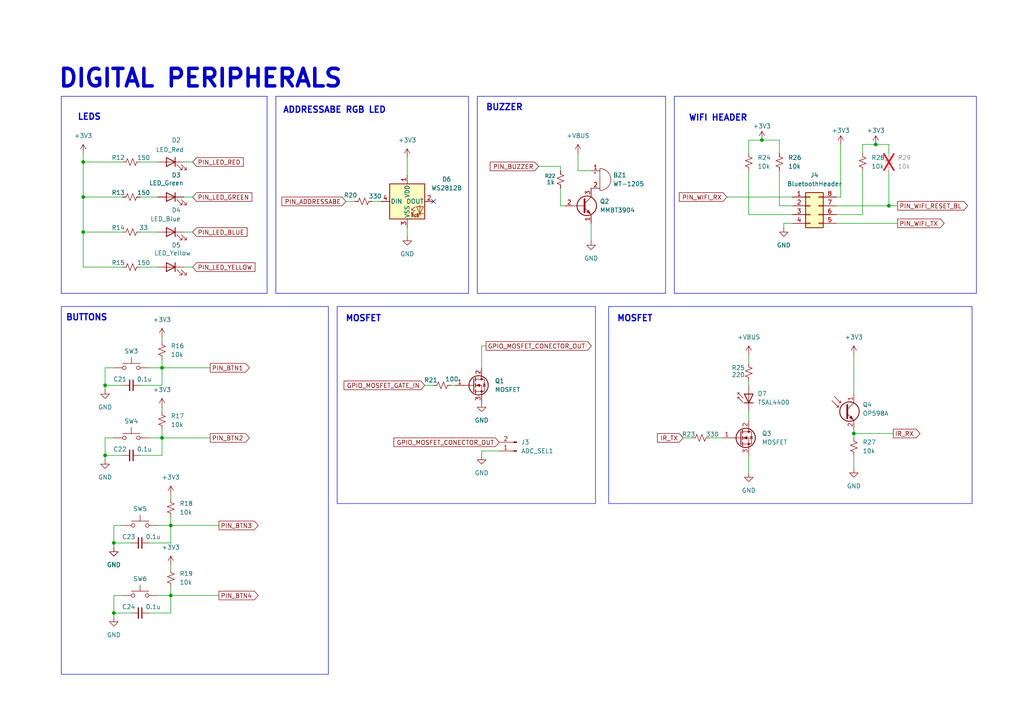
<source format=kicad_sch>
(kicad_sch (version 20250114) (generator "eeschema") (generator_version "9.0")
  (paper "A4")
  (title_block (title "EcoBoard") (company "EcoEnterprise"))
  (lib_symbols
    (symbol "Connector:Conn_01x02_Pin" (pin_names (offset 1.016) (hide yes))
      (property "Reference" "J" (at 0 2.54 0))
      (property "Value" "Conn_01x02_Pin" (at 0 -5.08 0))
      (symbol "Conn_01x02_Pin_1_1"
        (rectangle (start 0.8636 0.127) (end 0 -0.127) (stroke (width 0.1524)) (fill (type outline)))
        (rectangle (start 0.8636 -2.413) (end 0 -2.667) (stroke (width 0.1524)) (fill (type outline)))
        (polyline (pts (xy 1.27 0) (xy 0.8636 0)) (stroke (width 0.1524)))
        (polyline (pts (xy 1.27 -2.54) (xy 0.8636 -2.54)) (stroke (width 0.1524)))
        (pin passive line (at 5.08 0 180) (length 3.81) (name "Pin_1") (number "1"))
        (pin passive line (at 5.08 -2.54 180) (length 3.81) (name "Pin_2") (number "2"))
      )
    )
    (symbol "Connector_Generic:Conn_02x04_Counter_Clockwise" (pin_names (offset 1.016) (hide yes))
      (property "Reference" "J" (at 1.27 5.08 0))
      (property "Value" "Conn_02x04_Counter_Clockwise" (at 1.27 -7.62 0))
      (symbol "Conn_02x04_Counter_Clockwise_1_1"
        (rectangle (start -1.27 3.81) (end 3.81 -6.35) (stroke (width 0.254)) (fill (type background)))
        (rectangle (start -1.27 2.667) (end 0 2.413) (stroke (width 0.1524)))
        (rectangle (start -1.27 0.127) (end 0 -0.127) (stroke (width 0.1524)))
        (rectangle (start -1.27 -2.413) (end 0 -2.667) (stroke (width 0.1524)))
        (rectangle (start -1.27 -4.953) (end 0 -5.207) (stroke (width 0.1524)))
        (rectangle (start 3.81 2.667) (end 2.54 2.413) (stroke (width 0.1524)))
        (rectangle (start 3.81 0.127) (end 2.54 -0.127) (stroke (width 0.1524)))
        (rectangle (start 3.81 -2.413) (end 2.54 -2.667) (stroke (width 0.1524)))
        (rectangle (start 3.81 -4.953) (end 2.54 -5.207) (stroke (width 0.1524)))
        (pin passive line (at -5.08 2.54 0) (length 3.81) (name "Pin_1") (number "1"))
        (pin passive line (at -5.08 0 0) (length 3.81) (name "Pin_2") (number "2"))
        (pin passive line (at -5.08 -2.54 0) (length 3.81) (name "Pin_3") (number "3"))
        (pin passive line (at -5.08 -5.08 0) (length 3.81) (name "Pin_4") (number "4"))
        (pin passive line (at 7.62 2.54 180) (length 3.81) (name "Pin_8") (number "8"))
        (pin passive line (at 7.62 0 180) (length 3.81) (name "Pin_7") (number "7"))
        (pin passive line (at 7.62 -2.54 180) (length 3.81) (name "Pin_6") (number "6"))
        (pin passive line (at 7.62 -5.08 180) (length 3.81) (name "Pin_5") (number "5"))
      )
    )
    (symbol "Device:Buzzer" (pin_names (offset 0.0254) (hide yes))
      (property "Reference" "BZ" (at 3.81 1.27 0))
      (property "Value" "Buzzer" (at 3.81 -1.27 0))
      (symbol "Buzzer_0_1"
        (polyline (pts (xy -1.651 1.905) (xy -1.143 1.905)))
        (polyline (pts (xy -1.397 2.159) (xy -1.397 1.651)))
        (arc (start 0 3.175) (mid 3.1612 0) (end 0 -3.175))
        (polyline (pts (xy 0 3.175) (xy 0 -3.175)))
      )
      (symbol "Buzzer_1_1"
        (pin passive line (at -2.54 2.54 0) (length 2.54) (name "+") (number "1"))
        (pin passive line (at -2.54 -2.54 0) (length 2.54) (name "-") (number "2"))
      )
    )
    (symbol "Device:C_Small" (pin_numbers (hide yes)) (pin_names (offset 0.254) (hide yes))
      (property "Reference" "C" (at 0.254 1.778 0))
      (property "Value" "C_Small" (at 0.254 -2.032 0))
      (symbol "C_Small_0_1"
        (polyline (pts (xy -1.524 0.508) (xy 1.524 0.508)) (stroke (width 0.3048)))
        (polyline (pts (xy -1.524 -0.508) (xy 1.524 -0.508)) (stroke (width 0.3302)))
      )
      (symbol "C_Small_1_1"
        (pin passive line (at 0 2.54 270) (length 2.032) (name "~") (number "1"))
        (pin passive line (at 0 -2.54 90) (length 2.032) (name "~") (number "2"))
      )
    )
    (symbol "Device:LED" (pin_numbers (hide yes)) (pin_names (offset 1.016) (hide yes))
      (property "Reference" "D" (at 0 2.54 0))
      (property "Value" "LED" (at 0 -2.54 0))
      (symbol "LED_0_1"
        (polyline (pts (xy -3.048 -0.762) (xy -4.572 -2.286) (xy -3.81 -2.286) (xy -4.572 -2.286) (xy -4.572 -1.524)))
        (polyline (pts (xy -1.778 -0.762) (xy -3.302 -2.286) (xy -2.54 -2.286) (xy -3.302 -2.286) (xy -3.302 -1.524)))
        (polyline (pts (xy -1.27 0) (xy 1.27 0)))
        (polyline (pts (xy -1.27 -1.27) (xy -1.27 1.27)) (stroke (width 0.254)))
        (polyline (pts (xy 1.27 -1.27) (xy 1.27 1.27) (xy -1.27 0) (xy 1.27 -1.27)) (stroke (width 0.254)))
      )
      (symbol "LED_1_1"
        (pin passive line (at -3.81 0 0) (length 2.54) (name "K") (number "1"))
        (pin passive line (at 3.81 0 180) (length 2.54) (name "A") (number "2"))
      )
    )
    (symbol "Device:R_Small_US" (pin_numbers (hide yes)) (pin_names (offset 0.254) (hide yes))
      (property "Reference" "R" (at 0.762 0.508 0))
      (property "Value" "R_Small_US" (at 0.762 -1.016 0))
      (symbol "R_Small_US_1_1"
        (polyline (pts (xy 0 1.524) (xy 1.016 1.143) (xy 0 0.762) (xy -1.016 0.381) (xy 0 0)))
        (polyline (pts (xy 0 0) (xy 1.016 -0.381) (xy 0 -0.762) (xy -1.016 -1.143) (xy 0 -1.524)))
        (pin passive line (at 0 2.54 270) (length 1.016) (name "~") (number "1"))
        (pin passive line (at 0 -2.54 90) (length 1.016) (name "~") (number "2"))
      )
    )
    (symbol "LED:TSAL4400" (pin_numbers (hide yes)) (pin_names (offset 1.016) (hide yes))
      (property "Reference" "D" (at 0.508 1.778 0))
      (property "Value" "TSAL4400" (at -1.016 -2.794 0))
      (symbol "TSAL4400_0_1"
        (polyline (pts (xy -2.54 1.27) (xy -2.54 -1.27)) (stroke (width 0.254)))
        (polyline (pts (xy -2.413 1.651) (xy -0.889 3.175) (xy -0.889 2.667) (xy -0.889 3.175) (xy -1.397 3.175)))
        (polyline (pts (xy -1.143 1.651) (xy 0.381 3.175) (xy 0.381 2.667)))
        (polyline (pts (xy 0 1.27) (xy -2.54 0) (xy 0 -1.27) (xy 0 1.27)) (stroke (width 0.254)))
        (polyline (pts (xy 0 0) (xy -2.54 0)))
        (polyline (pts (xy 0.381 3.175) (xy -0.127 3.175)))
      )
      (symbol "TSAL4400_1_1"
        (pin passive line (at -5.08 0 0) (length 2.54) (name "K") (number "1"))
        (pin passive line (at 2.54 0 180) (length 2.54) (name "A") (number "2"))
      )
    )
    (symbol "LED:WS2812B" (pin_names (offset 0.254))
      (property "Reference" "D" (at 5.08 5.715 0))
      (property "Value" "WS2812B" (at 1.27 -5.715 0))
      (symbol "WS2812B_0_0"
        (text "RGB" (at 2.286 -4.191 0) (effects (font (size 0.762 0.762))))
      )
      (symbol "WS2812B_0_1"
        (polyline (pts (xy 1.27 -2.54) (xy 1.778 -2.54)))
        (polyline (pts (xy 1.27 -3.556) (xy 1.778 -3.556)))
        (polyline (pts (xy 2.286 -1.524) (xy 1.27 -2.54) (xy 1.27 -2.032)))
        (polyline (pts (xy 2.286 -2.54) (xy 1.27 -3.556) (xy 1.27 -3.048)))
        (polyline (pts (xy 3.683 -1.016) (xy 3.683 -3.556) (xy 3.683 -4.064)))
        (polyline (pts (xy 4.699 -1.524) (xy 2.667 -1.524) (xy 3.683 -3.556) (xy 4.699 -1.524)))
        (polyline (pts (xy 4.699 -3.556) (xy 2.667 -3.556)))
        (rectangle (start 5.08 5.08) (end -5.08 -5.08) (stroke (width 0.254)) (fill (type background)))
      )
      (symbol "WS2812B_1_1"
        (pin input line (at -7.62 0 0) (length 2.54) (name "DIN") (number "4"))
        (pin power_in line (at 0 7.62 270) (length 2.54) (name "VDD") (number "1"))
        (pin power_in line (at 0 -7.62 90) (length 2.54) (name "VSS") (number "3"))
        (pin output line (at 7.62 0 180) (length 2.54) (name "DOUT") (number "2"))
      )
    )
    (symbol "Sensor_Optical:SFH309" (pin_names (offset 0) (hide yes))
      (property "Reference" "Q" (at 5.08 1.27 0))
      (property "Value" "SFH309" (at 5.08 -1.27 0))
      (symbol "SFH309_0_1"
        (polyline (pts (xy -3.81 3.175) (xy -1.905 1.27) (xy -1.905 1.905)))
        (polyline (pts (xy -3.175 4.445) (xy -1.27 2.54) (xy -1.27 3.175)))
        (polyline (pts (xy -1.905 1.27) (xy -2.54 1.27)))
        (polyline (pts (xy -1.27 2.54) (xy -1.905 2.54)))
        (polyline (pts (xy 0.635 1.905) (xy 0.635 -1.905) (xy 0.635 -1.905)) (stroke (width 0.508)))
        (polyline (pts (xy 0.635 0.635) (xy 2.54 2.54)))
        (polyline (pts (xy 0.635 -0.635) (xy 2.54 -2.54) (xy 2.54 -2.54)))
        (circle (center 1.27 0) (radius 2.8194) (stroke (width 0.254)))
        (polyline (pts (xy 1.27 -1.778) (xy 1.778 -1.27) (xy 2.286 -2.286) (xy 1.27 -1.778) (xy 1.27 -1.778)) (fill (type outline)))
      )
      (symbol "SFH309_1_1"
        (pin passive line (at 2.54 5.08 270) (length 2.54) (name "C") (number "1"))
        (pin passive line (at 2.54 -5.08 90) (length 2.54) (name "E") (number "2"))
      )
    )
    (symbol "Switch:SW_Push" (pin_numbers (hide yes)) (pin_names (offset 1.016) (hide yes))
      (property "Reference" "SW" (at 1.27 2.54 0))
      (property "Value" "SW_Push" (at 0 -1.524 0))
      (symbol "SW_Push_0_1"
        (circle (center -2.032 0) (radius 0.508))
        (polyline (pts (xy 0 1.27) (xy 0 3.048)))
        (circle (center 2.032 0) (radius 0.508))
        (polyline (pts (xy 2.54 1.27) (xy -2.54 1.27)))
        (pin passive line (at -5.08 0 0) (length 2.54) (name "1") (number "1"))
        (pin passive line (at 5.08 0 180) (length 2.54) (name "2") (number "2"))
      )
    )
    (symbol "Transistor_BJT:2N2219" (pin_names (offset 0) (hide yes))
      (property "Reference" "Q" (at 5.08 1.905 0))
      (property "Value" "2N2219" (at 5.08 0 0))
      (symbol "2N2219_0_1"
        (polyline (pts (xy -2.54 0) (xy 0.635 0)))
        (polyline (pts (xy 0.635 1.905) (xy 0.635 -1.905)) (stroke (width 0.508)))
        (circle (center 1.27 0) (radius 2.8194) (stroke (width 0.254)))
      )
      (symbol "2N2219_1_1"
        (polyline (pts (xy 0.635 0.635) (xy 2.54 2.54)))
        (polyline (pts (xy 0.635 -0.635) (xy 2.54 -2.54)))
        (polyline (pts (xy 1.27 -1.778) (xy 1.778 -1.27) (xy 2.286 -2.286) (xy 1.27 -1.778)) (fill (type outline)))
        (pin input line (at -5.08 0 0) (length 2.54) (name "B") (number "2"))
        (pin passive line (at 2.54 5.08 270) (length 2.54) (name "C") (number "3"))
        (pin passive line (at 2.54 -5.08 90) (length 2.54) (name "E") (number "1"))
      )
    )
    (symbol "Transistor_FET:Q_NMOS_GDS" (pin_names (offset 0) (hide yes))
      (property "Reference" "Q" (at 5.08 1.905 0))
      (property "Value" "Q_NMOS_GDS" (at 5.08 0 0))
      (symbol "Q_NMOS_GDS_0_1"
        (polyline (pts (xy 0.254 1.905) (xy 0.254 -1.905)) (stroke (width 0.254)))
        (polyline (pts (xy 0.254 0) (xy -2.54 0)))
        (polyline (pts (xy 0.762 2.286) (xy 0.762 1.27)) (stroke (width 0.254)))
        (polyline (pts (xy 0.762 0.508) (xy 0.762 -0.508)) (stroke (width 0.254)))
        (polyline (pts (xy 0.762 -1.27) (xy 0.762 -2.286)) (stroke (width 0.254)))
        (polyline (pts (xy 0.762 -1.778) (xy 3.302 -1.778) (xy 3.302 1.778) (xy 0.762 1.778)))
        (polyline (pts (xy 1.016 0) (xy 2.032 0.381) (xy 2.032 -0.381) (xy 1.016 0)) (fill (type outline)))
        (circle (center 1.651 0) (radius 2.794) (stroke (width 0.254)))
        (polyline (pts (xy 2.54 2.54) (xy 2.54 1.778)))
        (circle (center 2.54 1.778) (radius 0.254) (fill (type outline)))
        (circle (center 2.54 -1.778) (radius 0.254) (fill (type outline)))
        (polyline (pts (xy 2.54 -2.54) (xy 2.54 0) (xy 0.762 0)))
        (polyline (pts (xy 2.921 0.381) (xy 3.683 0.381)))
        (polyline (pts (xy 3.302 0.381) (xy 2.921 -0.254) (xy 3.683 -0.254) (xy 3.302 0.381)))
      )
      (symbol "Q_NMOS_GDS_1_1"
        (pin input line (at -5.08 0 0) (length 2.54) (name "G") (number "1"))
        (pin passive line (at 2.54 5.08 270) (length 2.54) (name "D") (number "2"))
        (pin passive line (at 2.54 -5.08 90) (length 2.54) (name "S") (number "3"))
      )
    )
    (symbol "power:+3.3V" (power) (pin_numbers (hide yes)) (pin_names (offset 0) (hide yes))
      (property "Value" "+3.3V" (at 0 3.556 0))
      (symbol "+3.3V_0_1"
        (polyline (pts (xy -0.762 1.27) (xy 0 2.54)))
        (polyline (pts (xy 0 2.54) (xy 0.762 1.27)))
        (polyline (pts (xy 0 0) (xy 0 2.54)))
      )
      (symbol "+3.3V_1_1"
        (pin power_in line (at 0 0 90) (length 0) (name "~") (number "1"))
      )
    )
    (symbol "power:+3V3" (power) (pin_numbers (hide yes)) (pin_names (offset 0) (hide yes))
      (property "Value" "+3V3" (at 0 3.556 0))
      (symbol "+3V3_0_1"
        (polyline (pts (xy -0.762 1.27) (xy 0 2.54)))
        (polyline (pts (xy 0 2.54) (xy 0.762 1.27)))
        (polyline (pts (xy 0 0) (xy 0 2.54)))
      )
      (symbol "+3V3_1_1"
        (pin power_in line (at 0 0 90) (length 0) (name "~") (number "1"))
      )
    )
    (symbol "power:GND" (power) (pin_numbers (hide yes)) (pin_names (offset 0) (hide yes))
      (property "Value" "GND" (at 0 -3.81 0))
      (symbol "GND_0_1"
        (polyline (pts (xy 0 0) (xy 0 -1.27) (xy 1.27 -1.27) (xy 0 -2.54) (xy -1.27 -1.27) (xy 0 -1.27)))
      )
      (symbol "GND_1_1"
        (pin power_in line (at 0 0 270) (length 0) (name "~") (number "1"))
      )
    )
    (symbol "power:VBUS" (power) (pin_numbers (hide yes)) (pin_names (offset 0) (hide yes))
      (property "Value" "VBUS" (at 0 3.556 0))
      (symbol "VBUS_0_1"
        (polyline (pts (xy -0.762 1.27) (xy 0 2.54)))
        (polyline (pts (xy 0 2.54) (xy 0.762 1.27)))
        (polyline (pts (xy 0 0) (xy 0 2.54)))
      )
      (symbol "VBUS_1_1"
        (pin power_in line (at 0 0 90) (length 0) (name "~") (number "1"))
      )
    )
  )
  (rectangle (start 176.53 88.9) (end 281.94 146.05))
  (rectangle (start 195.58 27.94) (end 283.21 85.09))
  (rectangle (start 138.43 27.94) (end 193.04 85.09))
  (rectangle (start 97.79 88.9) (end 172.72 146.05))
  (rectangle (start 17.78 88.9) (end 95.25 195.58))
  (rectangle (start 80.01 27.94) (end 135.89 85.09))
  (rectangle (start 17.78 27.94) (end 77.47 85.09))
  (text "WIFI HEADER\n" (at 208.28 34.29 0) (effects (font (size 1.778 1.778) (thickness 0.3556) (bold yes))))
  (text "MOSFET" (at 184.15 92.456 0) (effects (font (size 1.778 1.778) (thickness 0.3556) (bold yes))))
  (text "BUTTONS" (at 25.146 92.202 0) (effects (font (size 1.778 1.778) (thickness 0.3556) (bold yes))))
  (text "BUZZER" (at 146.304 31.242 0) (effects (font (size 1.778 1.778) (thickness 0.3556) (bold yes))))
  (text "LEDS" (at 25.908 34.036 0) (effects (font (size 1.778 1.778) (thickness 0.3556) (bold yes))))
  (text "ADDRESSABE RGB LED" (at 97.028 32.004 0) (effects (font (size 1.778 1.778) (thickness 0.3556) (bold yes))))
  (text "MOSFET" (at 105.41 92.456 0) (effects (font (size 1.778 1.778) (thickness 0.3556) (bold yes))))
  (text "DIGITAL PERIPHERALS" (at 58.166 22.86 0) (effects (font (size 5.08 5.08) (thickness 1.016) (bold yes))))
  (junction (at 30.48 111.76))
  (junction (at 24.13 57.15))
  (junction (at 33.02 177.8))
  (junction (at 257.81 59.69))
  (junction (at 247.65 125.73))
  (junction (at 49.53 152.4))
  (junction (at 46.99 106.68))
  (junction (at 30.48 132.08))
  (junction (at 24.13 46.99))
  (junction (at 254 41.91))
  (junction (at 49.53 172.72))
  (junction (at 220.98 40.64))
  (junction (at 46.99 127))
  (junction (at 24.13 67.31))
  (junction (at 33.02 157.48))
  (no_connect (at 125.73 58.42))
  (wire (pts (xy 30.48 113.03) (xy 30.48 111.76)))
  (wire (pts (xy 217.17 62.23) (xy 217.17 49.53)))
  (wire (pts (xy 217.17 119.38) (xy 217.17 121.92)))
  (wire (pts (xy 49.53 165.1) (xy 49.53 163.83)))
  (wire (pts (xy 226.06 49.53) (xy 226.06 59.69)))
  (wire (pts (xy 118.11 45.72) (xy 118.11 50.8)))
  (wire (pts (xy 198.12 127) (xy 200.66 127)))
  (wire (pts (xy 33.02 172.72) (xy 35.56 172.72)))
  (wire (pts (xy 140.97 100.33) (xy 139.7 100.33)))
  (wire (pts (xy 242.57 64.77) (xy 260.35 64.77)))
  (wire (pts (xy 229.87 64.77) (xy 227.33 64.77)))
  (wire (pts (xy 162.56 48.26) (xy 162.56 49.53)))
  (wire (pts (xy 46.99 99.06) (xy 46.99 97.79)))
  (wire (pts (xy 49.53 152.4) (xy 63.5 152.4)))
  (wire (pts (xy 49.53 172.72) (xy 49.53 177.8)))
  (wire (pts (xy 24.13 67.31) (xy 24.13 57.15)))
  (wire (pts (xy 24.13 46.99) (xy 24.13 44.45)))
  (wire (pts (xy 35.56 111.76) (xy 30.48 111.76)))
  (wire (pts (xy 33.02 177.8) (xy 33.02 172.72)))
  (wire (pts (xy 24.13 57.15) (xy 24.13 46.99)))
  (wire (pts (xy 247.65 132.08) (xy 247.65 135.89)))
  (wire (pts (xy 53.34 77.47) (xy 55.88 77.47)))
  (wire (pts (xy 46.99 104.14) (xy 46.99 106.68)))
  (wire (pts (xy 35.56 132.08) (xy 30.48 132.08)))
  (wire (pts (xy 242.57 62.23) (xy 250.19 62.23)))
  (wire (pts (xy 118.11 68.58) (xy 118.11 66.04)))
  (wire (pts (xy 43.18 106.68) (xy 46.99 106.68)))
  (wire (pts (xy 226.06 59.69) (xy 229.87 59.69)))
  (wire (pts (xy 217.17 110.49) (xy 217.17 111.76)))
  (wire (pts (xy 49.53 152.4) (xy 49.53 157.48)))
  (wire (pts (xy 139.7 132.08) (xy 139.7 130.81)))
  (wire (pts (xy 130.81 111.76) (xy 132.08 111.76)))
  (wire (pts (xy 162.56 54.61) (xy 162.56 59.69)))
  (wire (pts (xy 257.81 44.45) (xy 257.81 41.91)))
  (wire (pts (xy 45.72 172.72) (xy 49.53 172.72)))
  (wire (pts (xy 49.53 170.18) (xy 49.53 172.72)))
  (wire (pts (xy 247.65 124.46) (xy 247.65 125.73)))
  (wire (pts (xy 226.06 40.64) (xy 226.06 44.45)))
  (wire (pts (xy 35.56 46.99) (xy 24.13 46.99)))
  (wire (pts (xy 46.99 124.46) (xy 46.99 127)))
  (wire (pts (xy 210.82 57.15) (xy 229.87 57.15)))
  (wire (pts (xy 53.34 46.99) (xy 55.88 46.99)))
  (wire (pts (xy 247.65 125.73) (xy 247.65 127)))
  (wire (pts (xy 217.17 102.87) (xy 217.17 105.41)))
  (wire (pts (xy 226.06 40.64) (xy 220.98 40.64)))
  (wire (pts (xy 247.65 102.87) (xy 247.65 114.3)))
  (wire (pts (xy 229.87 62.23) (xy 217.17 62.23)))
  (wire (pts (xy 24.13 77.47) (xy 24.13 67.31)))
  (wire (pts (xy 43.18 177.8) (xy 49.53 177.8)))
  (wire (pts (xy 254 41.91) (xy 250.19 41.91)))
  (wire (pts (xy 242.57 59.69) (xy 257.81 59.69)))
  (wire (pts (xy 139.7 130.81) (xy 144.78 130.81)))
  (wire (pts (xy 55.88 67.31) (xy 53.34 67.31)))
  (wire (pts (xy 257.81 41.91) (xy 254 41.91)))
  (wire (pts (xy 139.7 100.33) (xy 139.7 106.68)))
  (wire (pts (xy 171.45 69.85) (xy 171.45 64.77)))
  (wire (pts (xy 33.02 152.4) (xy 35.56 152.4)))
  (wire (pts (xy 46.99 106.68) (xy 60.96 106.68)))
  (wire (pts (xy 220.98 40.64) (xy 217.17 40.64)))
  (wire (pts (xy 46.99 127) (xy 46.99 132.08)))
  (wire (pts (xy 40.64 132.08) (xy 46.99 132.08)))
  (wire (pts (xy 217.17 40.64) (xy 217.17 44.45)))
  (wire (pts (xy 250.19 41.91) (xy 250.19 44.45)))
  (wire (pts (xy 205.74 127) (xy 209.55 127)))
  (wire (pts (xy 40.64 67.31) (xy 45.72 67.31)))
  (wire (pts (xy 227.33 64.77) (xy 227.33 66.04)))
  (wire (pts (xy 40.64 46.99) (xy 45.72 46.99)))
  (wire (pts (xy 30.48 132.08) (xy 30.48 127)))
  (wire (pts (xy 30.48 127) (xy 33.02 127)))
  (wire (pts (xy 33.02 179.07) (xy 33.02 177.8)))
  (wire (pts (xy 257.81 49.53) (xy 257.81 59.69)))
  (wire (pts (xy 247.65 125.73) (xy 259.08 125.73)))
  (wire (pts (xy 40.64 77.47) (xy 45.72 77.47)))
  (wire (pts (xy 45.72 152.4) (xy 49.53 152.4)))
  (wire (pts (xy 43.18 127) (xy 46.99 127)))
  (wire (pts (xy 257.81 59.69) (xy 260.35 59.69)))
  (wire (pts (xy 33.02 158.75) (xy 33.02 157.48)))
  (wire (pts (xy 162.56 59.69) (xy 163.83 59.69)))
  (wire (pts (xy 30.48 111.76) (xy 30.48 106.68)))
  (wire (pts (xy 38.1 177.8) (xy 33.02 177.8)))
  (wire (pts (xy 35.56 67.31) (xy 24.13 67.31)))
  (wire (pts (xy 49.53 144.78) (xy 49.53 143.51)))
  (wire (pts (xy 40.64 57.15) (xy 45.72 57.15)))
  (wire (pts (xy 125.73 111.76) (xy 123.19 111.76)))
  (wire (pts (xy 107.95 58.42) (xy 110.49 58.42)))
  (wire (pts (xy 53.34 57.15) (xy 55.88 57.15)))
  (wire (pts (xy 46.99 106.68) (xy 46.99 111.76)))
  (wire (pts (xy 100.33 58.42) (xy 102.87 58.42)))
  (wire (pts (xy 43.18 157.48) (xy 49.53 157.48)))
  (wire (pts (xy 38.1 157.48) (xy 33.02 157.48)))
  (wire (pts (xy 250.19 49.53) (xy 250.19 62.23)))
  (wire (pts (xy 167.64 49.53) (xy 167.64 44.45)))
  (wire (pts (xy 46.99 119.38) (xy 46.99 118.11)))
  (wire (pts (xy 156.21 48.26) (xy 162.56 48.26)))
  (wire (pts (xy 46.99 127) (xy 60.96 127)))
  (wire (pts (xy 242.57 57.15) (xy 243.84 57.15)))
  (wire (pts (xy 30.48 106.68) (xy 33.02 106.68)))
  (wire (pts (xy 217.17 132.08) (xy 217.17 137.16)))
  (wire (pts (xy 171.45 49.53) (xy 167.64 49.53)))
  (wire (pts (xy 35.56 57.15) (xy 24.13 57.15)))
  (wire (pts (xy 243.84 41.91) (xy 243.84 57.15)))
  (wire (pts (xy 33.02 157.48) (xy 33.02 152.4)))
  (wire (pts (xy 40.64 111.76) (xy 46.99 111.76)))
  (wire (pts (xy 35.56 77.47) (xy 24.13 77.47)))
  (wire (pts (xy 30.48 133.35) (xy 30.48 132.08)))
  (wire (pts (xy 49.53 149.86) (xy 49.53 152.4)))
  (wire (pts (xy 49.53 172.72) (xy 63.5 172.72)))
  (global_label "PIN_WIFI_RX" (shape input) (at 210.82 57.15 180) (effects (font (thickness 0.1588))) (property "Intersheetrefs" "${INTERSHEET_REFS}" (effects (hide yes))))
  (global_label "PIN_LED_BLUE" (shape input) (at 55.88 67.31 0) (effects (font (thickness 0.1588))) (property "Intersheetrefs" "${INTERSHEET_REFS}" (effects (hide yes))))
  (global_label "PIN_WIFI_TX" (shape output) (at 260.35 64.77 0) (effects (font (thickness 0.1588))) (property "Intersheetrefs" "${INTERSHEET_REFS}" (effects (hide yes))))
  (global_label "PIN_BTN3" (shape output) (at 63.5 152.4 0) (property "Intersheetrefs" "${INTERSHEET_REFS}" (effects (hide yes))))
  (global_label "PIN_BTN2" (shape output) (at 60.96 127 0) (property "Intersheetrefs" "${INTERSHEET_REFS}" (effects (hide yes))))
  (global_label "PIN_LED_GREEN" (shape input) (at 55.88 57.15 0) (effects (font (thickness 0.1588))) (property "Intersheetrefs" "${INTERSHEET_REFS}" (effects (hide yes))))
  (global_label "IR_RX" (shape output) (at 259.08 125.73 0) (effects (font (thickness 0.1588))) (property "Intersheetrefs" "${INTERSHEET_REFS}" (effects (hide yes))))
  (global_label "GPIO_MOSFET_CONECTOR_OUT" (shape output) (at 140.97 100.33 0) (effects (font (thickness 0.1588))) (property "Intersheetrefs" "${INTERSHEET_REFS}" (effects (hide yes))))
  (global_label "PIN_LED_YELLOW" (shape input) (at 55.88 77.47 0) (effects (font (thickness 0.1588))) (property "Intersheetrefs" "${INTERSHEET_REFS}" (effects (hide yes))))
  (global_label "PIN_BUZZER" (shape input) (at 156.21 48.26 180) (effects (font (thickness 0.1588))) (property "Intersheetrefs" "${INTERSHEET_REFS}" (effects (hide yes))))
  (global_label "GPIO_MOSFET_CONECTOR_OUT" (shape input) (at 144.78 128.27 180) (effects (font (thickness 0.1588))) (property "Intersheetrefs" "${INTERSHEET_REFS}" (effects (hide yes))))
  (global_label "PIN_ADDRESSABE" (shape input) (at 100.33 58.42 180) (effects (font (thickness 0.1588))) (property "Intersheetrefs" "${INTERSHEET_REFS}" (effects (hide yes))))
  (global_label "PIN_BTN4" (shape output) (at 63.5 172.72 0) (property "Intersheetrefs" "${INTERSHEET_REFS}" (effects (hide yes))))
  (global_label "PIN_LED_RED" (shape input) (at 55.88 46.99 0) (effects (font (thickness 0.1588))) (property "Intersheetrefs" "${INTERSHEET_REFS}" (effects (hide yes))))
  (global_label "PIN_BTN1" (shape output) (at 60.96 106.68 0) (property "Intersheetrefs" "${INTERSHEET_REFS}" (effects (hide yes))))
  (global_label "IR_TX" (shape input) (at 198.12 127 180) (effects (font (thickness 0.1588))) (property "Intersheetrefs" "${INTERSHEET_REFS}" (effects (hide yes))))
  (global_label "GPIO_MOSFET_GATE_IN" (shape input) (at 123.19 111.76 180) (effects (font (thickness 0.1588))) (property "Intersheetrefs" "${INTERSHEET_REFS}" (effects (hide yes))))
  (global_label "PIN_WIFI_RESET_BL" (shape output) (at 260.35 59.69 0) (effects (font (thickness 0.1588))) (property "Intersheetrefs" "${INTERSHEET_REFS}" (effects (hide yes))))
  (symbol (lib_id "power:GND") (at 139.7 132.08 0) (unit 1)
    (property "Reference" "#PWR041" (effects (hide yes)))
    (property "Value" "GND" (at 139.7 137.16 0))
    (property "Description" "Power symbol creates a global label with name \"GND\" , ground" (effects (hide yes)))
  )
  (symbol (lib_id "Device:R_Small_US") (at 46.99 121.92 0) (unit 1)
    (property "Reference" "R17" (at 49.53 120.6499 0) (effects (justify left)))
    (property "Value" "10k" (at 49.53 123.1899 0) (effects (justify left)))
    (property "Footprint" "Resistor_SMD:R_0402_1005Metric" (effects (hide yes)))
    (property "Datasheet" "https://www.digikey.com.br/en/products/detail/te-connectivity-passive-product/CRGP0402F10K/8576969?s=N4IgjCBcoExaBjKAzAhgGwM4FMA0IB7KAbXAAYAOAdgE4R8wwAWa%2B8GANgGYIGKyuFNmA4BWJl2E0uHIQF18ABwAuUEAGVlAJwCWAOwDmIAL4MO8EEkhoseQiRBcaYUfKWrIG7fqOmQAWjhoSyhtAFc7IkhSUTY6OT9-OmCrcMiHCAS-INIwLjIAAgB5AAkAWWEyAGsQBKA" (effects (hide yes)))
    (property "Description" "Resistor, small US symbol" (effects (hide yes)))
    (property "MPN" "CRGP0402F10K" (effects (hide yes)))
  )
  (symbol (lib_id "Device:R_Small_US") (at 105.41 58.42 90) (unit 1)
    (property "Reference" "R20" (at 103.632 56.642 90) (effects (justify left)))
    (property "Value" "330" (at 110.744 56.896 90) (effects (justify left)))
    (property "Footprint" "Resistor_SMD:R_0402_1005Metric" (effects (hide yes)))
    (property "Datasheet" "https://www.digikey.com.br/en/products/detail/vishay-dale/CRCW0402330RFKEDHP/2225317" (effects (hide yes)))
    (property "Description" "Resistor, small US symbol" (effects (hide yes)))
    (property "MPN" "CRCW0402330RFKEDHP" (effects (hide yes)))
  )
  (symbol (lib_id "Device:R_Small_US") (at 38.1 46.99 270) (unit 1)
    (property "Reference" "R12" (at 34.29 45.72 90))
    (property "Value" "150" (at 41.656 45.72 90))
    (property "Footprint" "Resistor_SMD:R_0402_1005Metric" (effects (hide yes)))
    (property "Datasheet" "https://www.digikey.com.br/en/products/detail/vishay-dale/CRCW0402150RFKEDHP/2225278" (effects (hide yes)))
    (property "Description" "Resistor, small US symbol" (effects (hide yes)))
    (property "MPN" "CRCW0402150RFKEDHP" (effects (hide yes)))
  )
  (symbol (lib_id "Connector_Generic:Conn_02x04_Counter_Clockwise") (at 234.95 59.69 0) (unit 1)
    (property "Reference" "J4" (at 236.22 50.8 0))
    (property "Value" "BluetoothHeader" (at 236.22 53.34 0))
    (property "Footprint" "Connector_PinHeader_2.54mm:PinHeader_2x04_P2.54mm_Vertical" (effects (hide yes)))
    (property "Description" "Generic connector, double row, 02x04, counter clockwise pin numbering scheme (similar to DIP package numbering), script generated (kicad-library-utils/schlib/autogen/connector/)" (effects (hide yes)))
  )
  (symbol (lib_id "Device:R_Small_US") (at 38.1 57.15 270) (unit 1)
    (property "Reference" "R13" (at 34.29 55.88 90))
    (property "Value" "150" (at 41.656 55.88 90))
    (property "Footprint" "Resistor_SMD:R_0402_1005Metric" (effects (hide yes)))
    (property "Datasheet" "https://www.digikey.com.br/en/products/detail/vishay-dale/CRCW0402150RFKEDHP/2225278" (effects (hide yes)))
    (property "Description" "Resistor, small US symbol" (effects (hide yes)))
    (property "MPN" "CRCW0402150RFKEDHP" (effects (hide yes)))
  )
  (symbol (lib_id "power:+3V3") (at 118.11 45.72 0) (unit 1)
    (property "Reference" "#PWR038" (effects (hide yes)))
    (property "Value" "+3V3" (at 118.11 40.64 0))
    (property "Description" "Power symbol creates a global label with name \"+3V3\"" (effects (hide yes)))
  )
  (symbol (lib_id "Device:R_Small_US") (at 49.53 167.64 0) (unit 1)
    (property "Reference" "R19" (at 52.07 166.3699 0) (effects (justify left)))
    (property "Value" "10k" (at 52.07 168.9099 0) (effects (justify left)))
    (property "Footprint" "Resistor_SMD:R_0402_1005Metric" (effects (hide yes)))
    (property "Datasheet" "https://www.digikey.com.br/en/products/detail/te-connectivity-passive-product/CRGP0402F10K/8576969?s=N4IgjCBcoExaBjKAzAhgGwM4FMA0IB7KAbXAAYAOAdgE4R8wwAWa%2B8GANgGYIGKyuFNmA4BWJl2E0uHIQF18ABwAuUEAGVlAJwCWAOwDmIAL4MO8EEkhoseQiRBcaYUfKWrIG7fqOmQAWjhoSyhtAFc7IkhSUTY6OT9-OmCrcMiHCAS-INIwLjIAAgB5AAkAWWEyAGsQBKA" (effects (hide yes)))
    (property "Description" "Resistor, small US symbol" (effects (hide yes)))
    (property "MPN" "CRGP0402F10K" (effects (hide yes)))
  )
  (symbol (lib_id "power:GND") (at 217.17 137.16 0) (unit 1)
    (property "Reference" "#PWR045" (effects (hide yes)))
    (property "Value" "GND" (at 217.17 142.24 0))
    (property "Description" "Power symbol creates a global label with name \"GND\" , ground" (effects (hide yes)))
  )
  (symbol (lib_id "Device:C_Small") (at 40.64 177.8 270) (unit 1)
    (property "Reference" "C24" (at 37.338 176.022 90))
    (property "Value" "0.1u" (at 44.45 176.022 90))
    (property "Footprint" "Capacitor_SMD:C_0402_1005Metric" (effects (hide yes)))
    (property "Datasheet" "https://www.digikey.com.br/en/products/detail/samsung-electro-mechanics/CL05B104KP5VPNC/20498482" (effects (hide yes)))
    (property "Description" "Unpolarized capacitor, small symbol" (effects (hide yes)))
    (property "MPN" "CL05B104KP5VPNC" (effects (hide yes)))
  )
  (symbol (lib_id "power:+3.3V") (at 49.53 163.83 0) (unit 1)
    (property "Reference" "#PWR037" (effects (hide yes)))
    (property "Value" "+3V3" (at 49.53 158.75 0))
    (property "Description" "Power symbol creates a global label with name \"+3.3V\"" (effects (hide yes)))
  )
  (symbol (lib_id "Switch:SW_Push") (at 40.64 172.72 0) (unit 1)
    (property "Reference" "SW6" (at 40.64 167.894 0))
    (property "Value" "PTS636" (effects (hide yes)))
    (property "Footprint" "Button_Switch_SMD:SW_Tactile_SPST_NO_Straight_CK_PTS636Sx25SMTRLFS" (effects (hide yes)))
    (property "Datasheet" "https://www.digikey.com.br/en/products/detail/c-k/PTS636-SK43-SMTR-LFS/10071724" (effects (hide yes)))
    (property "Description" "Push button switch, generic, two pins" (effects (hide yes)))
    (property "MPN" "PTS636 SK43 SMTR LFS" (effects (hide yes)))
  )
  (symbol (lib_id "power:GND") (at 171.45 69.85 0) (unit 1)
    (property "Reference" "#PWR043" (effects (hide yes)))
    (property "Value" "GND" (at 171.45 74.93 0))
    (property "Description" "Power symbol creates a global label with name \"GND\" , ground" (effects (hide yes)))
  )
  (symbol (lib_id "Device:R_Small_US") (at 257.81 46.99 0) (unit 1) (dnp yes)
    (property "Reference" "R29" (at 260.35 45.7199 0) (effects (justify left)))
    (property "Value" "10k" (at 260.35 48.2599 0) (effects (justify left)))
    (property "Footprint" "Resistor_SMD:R_0402_1005Metric" (effects (hide yes)))
    (property "Datasheet" "https://www.digikey.com.br/en/products/detail/te-connectivity-passive-product/CRGP0402F10K/8576969?s=N4IgjCBcoExaBjKAzAhgGwM4FMA0IB7KAbXAAYAOAdgE4R8wwAWa%2B8GANgGYIGKyuFNmA4BWJl2E0uHIQF18ABwAuUEAGVlAJwCWAOwDmIAL4MO8EEkhoseQiRBcaYUfKWrIG7fqOmQAWjhoSyhtAFc7IkhSUTY6OT9-OmCrcMiHCAS-INIwLjIAAgB5AAkAWWEyAGsQBKA" (effects (hide yes)))
    (property "Description" "Resistor, small US symbol" (effects (hide yes)))
    (property "MPN" "CRGP0402F10K" (effects (hide yes)))
  )
  (symbol (lib_id "power:GND") (at 227.33 66.04 0) (unit 1)
    (property "Reference" "#PWR047" (effects (hide yes)))
    (property "Value" "GND" (at 227.33 71.12 0))
    (property "Description" "Power symbol creates a global label with name \"GND\" , ground" (effects (hide yes)))
  )
  (symbol (lib_id "power:GND") (at 30.48 133.35 0) (unit 1)
    (property "Reference" "#PWR030" (effects (hide yes)))
    (property "Value" "GND" (at 30.48 138.43 0))
    (property "Description" "Power symbol creates a global label with name \"GND\" , ground" (effects (hide yes)))
  )
  (symbol (lib_id "Switch:SW_Push") (at 40.64 152.4 0) (unit 1)
    (property "Reference" "SW5" (at 40.64 147.574 0))
    (property "Value" "PTS636" (effects (hide yes)))
    (property "Footprint" "Button_Switch_SMD:SW_Tactile_SPST_NO_Straight_CK_PTS636Sx25SMTRLFS" (effects (hide yes)))
    (property "Datasheet" "https://www.digikey.com.br/en/products/detail/c-k/PTS636-SK43-SMTR-LFS/10071724" (effects (hide yes)))
    (property "Description" "Push button switch, generic, two pins" (effects (hide yes)))
    (property "MPN" "PTS636 SK43 SMTR LFS" (effects (hide yes)))
  )
  (symbol (lib_id "Device:LED") (at 49.53 67.31 0) (mirror y) (unit 1)
    (property "Reference" "D4" (at 51.1175 60.96 0))
    (property "Value" "LED_Blue" (at 48.006 63.5 0))
    (property "Footprint" "LED_SMD:LED_1206_3216Metric" (effects (hide yes)))
    (property "Datasheet" "https://www.digikey.com.br/pt/products/detail/harvatek-corporation/E1221NB-05D000814U1930/18165804" (effects (hide yes)))
    (property "Description" "Light emitting diode" (effects (hide yes)))
    (property "Sim.Pins" "1=K 2=A" (effects (hide yes)))
    (property "MPN" "E1221NB--05D000814U1930" (effects (hide yes)))
  )
  (symbol (lib_id "power:+3.3V") (at 46.99 97.79 0) (unit 1)
    (property "Reference" "#PWR034" (effects (hide yes)))
    (property "Value" "+3V3" (at 46.99 92.71 0))
    (property "Description" "Power symbol creates a global label with name \"+3.3V\"" (effects (hide yes)))
  )
  (symbol (lib_id "power:+3.3V") (at 243.84 41.91 0) (unit 1)
    (property "Reference" "#PWR048" (effects (hide yes)))
    (property "Value" "+3V3" (at 243.84 37.846 0))
    (property "Description" "Power symbol creates a global label with name \"+3.3V\"" (effects (hide yes)))
  )
  (symbol (lib_id "Device:R_Small_US") (at 162.56 52.07 180) (unit 1)
    (property "Reference" "R22" (at 157.988 51.054 0) (effects (font (size 1.016 1.016)) (justify right)))
    (property "Value" "1k" (at 158.496 52.832 0) (effects (justify right)))
    (property "Footprint" "Resistor_SMD:R_0402_1005Metric" (effects (hide yes)))
    (property "Datasheet" "https://www.digikey.com.br/en/products/detail/vishay-dale/CRCW04021K00FKED/1178007" (effects (hide yes)))
    (property "Description" "Resistor, small US symbol" (effects (hide yes)))
    (property "MPN" "CRCW04021K00FKED" (effects (hide yes)))
  )
  (symbol (lib_id "Device:Buzzer") (at 173.99 52.07 0) (unit 1)
    (property "Reference" "BZ1" (at 177.8 50.7999 0) (effects (justify left)))
    (property "Value" "WT-1205" (at 177.8 53.3399 0) (effects (justify left)))
    (property "Footprint" "lib:buzzer" (effects (hide yes)))
    (property "Datasheet" "https://www.digikey.com.br/en/products/detail/soberton-inc/WT-1205/479674" (effects (hide yes)))
    (property "Description" "Buzzer, polarized" (effects (hide yes)))
    (property "MPN" "  WT-1205" (effects (hide yes)))
  )
  (symbol (lib_id "LED:TSAL4400") (at 217.17 114.3 90) (unit 1)
    (property "Reference" "D7" (at 219.71 114.1729 90) (effects (justify right)))
    (property "Value" "TSAL4400" (at 219.71 116.7129 90) (effects (justify right)))
    (property "Footprint" "LED_THT:LED_D3.0mm_Horizontal_O1.27mm_Z2.0mm" (effects (hide yes)))
    (property "Datasheet" "https://www.digikey.com.br/pt/products/detail/vishay-semiconductor-opto-division/TSAL4400/1681336" (effects (hide yes)))
    (property "Description" "Infrared LED , 3mm LED package" (effects (hide yes)))
    (property "MPN" "TSAL4400" (effects (hide yes)))
  )
  (symbol (lib_id "Switch:SW_Push") (at 38.1 127 0) (unit 1)
    (property "Reference" "SW4" (at 38.1 122.174 0))
    (property "Value" "PTS636" (effects (hide yes)))
    (property "Footprint" "Button_Switch_SMD:SW_Tactile_SPST_NO_Straight_CK_PTS636Sx25SMTRLFS" (effects (hide yes)))
    (property "Datasheet" "https://www.digikey.com.br/en/products/detail/c-k/PTS636-SK43-SMTR-LFS/10071724" (effects (hide yes)))
    (property "Description" "Push button switch, generic, two pins" (effects (hide yes)))
    (property "MPN" "PTS636 SK43 SMTR LFS" (effects (hide yes)))
  )
  (symbol (lib_id "power:VBUS") (at 217.17 102.87 0) (unit 1)
    (property "Reference" "#PWR044" (effects (hide yes)))
    (property "Value" "+VBUS" (at 217.17 97.79 0))
    (property "Description" "Power symbol creates a global label with name \"VBUS\"" (effects (hide yes)))
  )
  (symbol (lib_id "Device:LED") (at 49.53 77.47 0) (mirror y) (unit 1)
    (property "Reference" "D5" (at 51.1175 71.12 0))
    (property "Value" "LED_Yellow" (at 50.038 73.406 0))
    (property "Footprint" "LED_SMD:LED_1206_3216Metric" (effects (hide yes)))
    (property "Datasheet" "https://www.digikey.com.br/pt/products/detail/harvatek-corporation/B1911UYG-20D000114U1930/15519990" (effects (hide yes)))
    (property "Description" "Light emitting diode" (effects (hide yes)))
    (property "Sim.Pins" "1=K 2=A" (effects (hide yes)))
    (property "MPN" "B1911UYG-20D000114U1930 " (effects (hide yes)))
  )
  (symbol (lib_id "power:+3V3") (at 247.65 102.87 0) (unit 1)
    (property "Reference" "#PWR049" (effects (hide yes)))
    (property "Value" "+3V3" (at 247.65 97.79 0))
    (property "Description" "Power symbol creates a global label with name \"+3V3\"" (effects (hide yes)))
  )
  (symbol (lib_id "Device:R_Small_US") (at 46.99 101.6 0) (unit 1)
    (property "Reference" "R16" (at 49.53 100.3299 0) (effects (justify left)))
    (property "Value" "10k" (at 49.53 102.8699 0) (effects (justify left)))
    (property "Footprint" "Resistor_SMD:R_0402_1005Metric" (effects (hide yes)))
    (property "Datasheet" "https://www.digikey.com.br/en/products/detail/te-connectivity-passive-product/CRGP0402F10K/8576969?s=N4IgjCBcoExaBjKAzAhgGwM4FMA0IB7KAbXAAYAOAdgE4R8wwAWa%2B8GANgGYIGKyuFNmA4BWJl2E0uHIQF18ABwAuUEAGVlAJwCWAOwDmIAL4MO8EEkhoseQiRBcaYUfKWrIG7fqOmQAWjhoSyhtAFc7IkhSUTY6OT9-OmCrcMiHCAS-INIwLjIAAgB5AAkAWWEyAGsQBKA" (effects (hide yes)))
    (property "Description" "Resistor, small US symbol" (effects (hide yes)))
    (property "MPN" "CRGP0402F10K" (effects (hide yes)))
  )
  (symbol (lib_id "Device:C_Small") (at 38.1 111.76 270) (unit 1)
    (property "Reference" "C21" (at 34.798 109.982 90))
    (property "Value" "0.1u" (at 41.91 109.982 90))
    (property "Footprint" "Capacitor_SMD:C_0402_1005Metric" (effects (hide yes)))
    (property "Datasheet" "https://www.digikey.com.br/en/products/detail/samsung-electro-mechanics/CL05B104KP5VPNC/20498482" (effects (hide yes)))
    (property "Description" "Unpolarized capacitor, small symbol" (effects (hide yes)))
    (property "MPN" "CL05B104KP5VPNC" (effects (hide yes)))
  )
  (symbol (lib_id "Device:R_Small_US") (at 217.17 46.99 0) (unit 1)
    (property "Reference" "R24" (at 219.71 45.7199 0) (effects (justify left)))
    (property "Value" "10k" (at 219.71 48.2599 0) (effects (justify left)))
    (property "Footprint" "Resistor_SMD:R_0402_1005Metric" (effects (hide yes)))
    (property "Datasheet" "https://www.digikey.com.br/en/products/detail/te-connectivity-passive-product/CRGP0402F10K/8576969?s=N4IgjCBcoExaBjKAzAhgGwM4FMA0IB7KAbXAAYAOAdgE4R8wwAWa%2B8GANgGYIGKyuFNmA4BWJl2E0uHIQF18ABwAuUEAGVlAJwCWAOwDmIAL4MO8EEkhoseQiRBcaYUfKWrIG7fqOmQAWjhoSyhtAFc7IkhSUTY6OT9-OmCrcMiHCAS-INIwLjIAAgB5AAkAWWEyAGsQBKA" (effects (hide yes)))
    (property "Description" "Resistor, small US symbol" (effects (hide yes)))
    (property "MPN" "CRGP0402F10K" (effects (hide yes)))
  )
  (symbol (lib_id "Device:R_Small_US") (at 203.2 127 90) (unit 1)
    (property "Reference" "R23" (at 201.676 125.984 90) (effects (justify left)))
    (property "Value" "330" (at 208.534 125.984 90) (effects (justify left)))
    (property "Footprint" "Resistor_SMD:R_0402_1005Metric" (effects (hide yes)))
    (property "Datasheet" "https://www.digikey.com.br/en/products/detail/vishay-dale/CRCW0402330RFKEDHP/2225317" (effects (hide yes)))
    (property "Description" "Resistor, small US symbol" (effects (hide yes)))
    (property "MPN" "CRCW0402330RFKEDHP" (effects (hide yes)))
  )
  (symbol (lib_id "Transistor_FET:Q_NMOS_GDS") (at 137.16 111.76 0) (unit 1)
    (property "Reference" "Q1" (at 143.51 110.4899 0) (effects (justify left)))
    (property "Value" "MOSFET" (at 143.51 113.0299 0) (effects (justify left)))
    (property "Footprint" "Package_TO_SOT_SMD:SOT-23" (effects (hide yes)))
    (property "Datasheet" "https://www.digikey.com.br/en/products/detail/panjit-international-inc/PJA3404A-R1-00001/14662076" (effects (hide yes)))
    (property "Description" "N-MOSFET transistor, gate/drain/source" (effects (hide yes)))
    (property "MPN" "PJA3404A_R1_00001" (effects (hide yes)))
  )
  (symbol (lib_id "power:GND") (at 118.11 68.58 0) (unit 1)
    (property "Reference" "#PWR039" (effects (hide yes)))
    (property "Value" "GND" (at 118.11 73.66 0))
    (property "Description" "Power symbol creates a global label with name \"GND\" , ground" (effects (hide yes)))
  )
  (symbol (lib_id "power:GND") (at 33.02 179.07 0) (unit 1)
    (property "Reference" "#PWR033" (effects (hide yes)))
    (property "Value" "GND" (at 33.02 184.15 0))
    (property "Description" "Power symbol creates a global label with name \"GND\" , ground" (effects (hide yes)))
  )
  (symbol (lib_id "power:+3.3V") (at 24.13 44.45 0) (unit 1)
    (property "Reference" "#PWR028" (effects (hide yes)))
    (property "Value" "+3V3" (at 24.13 39.37 0))
    (property "Description" "Power symbol creates a global label with name \"+3.3V\"" (effects (hide yes)))
  )
  (symbol (lib_id "Device:R_Small_US") (at 38.1 67.31 270) (unit 1)
    (property "Reference" "R14" (at 34.29 66.04 90))
    (property "Value" "33" (at 41.656 66.04 90))
    (property "Footprint" "Resistor_SMD:R_0402_1005Metric" (effects (hide yes)))
    (property "Datasheet" "https://www.digikey.com.br/en/products/detail/yageo/AC0402FR-7W33RL/16988942" (effects (hide yes)))
    (property "Description" "Resistor, small US symbol" (effects (hide yes)))
    (property "MPN" "AC0402FR-7W33RL " (effects (hide yes)))
  )
  (symbol (lib_id "power:+3.3V") (at 254 41.91 0) (unit 1)
    (property "Reference" "#PWR051" (effects (hide yes)))
    (property "Value" "+3V3" (at 254 37.846 0))
    (property "Description" "Power symbol creates a global label with name \"+3.3V\"" (effects (hide yes)))
  )
  (symbol (lib_id "power:+3.3V") (at 46.99 118.11 0) (unit 1)
    (property "Reference" "#PWR035" (effects (hide yes)))
    (property "Value" "+3V3" (at 46.99 113.03 0))
    (property "Description" "Power symbol creates a global label with name \"+3.3V\"" (effects (hide yes)))
  )
  (symbol (lib_id "Device:R_Small_US") (at 247.65 129.54 0) (unit 1)
    (property "Reference" "R27" (at 250.19 128.2699 0) (effects (justify left)))
    (property "Value" "10k" (at 250.19 130.8099 0) (effects (justify left)))
    (property "Footprint" "Resistor_SMD:R_0402_1005Metric" (effects (hide yes)))
    (property "Datasheet" "https://www.digikey.com.br/en/products/detail/te-connectivity-passive-product/CRGP0402F10K/8576969?s=N4IgjCBcoExaBjKAzAhgGwM4FMA0IB7KAbXAAYAOAdgE4R8wwAWa%2B8GANgGYIGKyuFNmA4BWJl2E0uHIQF18ABwAuUEAGVlAJwCWAOwDmIAL4MO8EEkhoseQiRBcaYUfKWrIG7fqOmQAWjhoSyhtAFc7IkhSUTY6OT9-OmCrcMiHCAS-INIwLjIAAgB5AAkAWWEyAGsQBKA" (effects (hide yes)))
    (property "Description" "Resistor, small US symbol" (effects (hide yes)))
    (property "MPN" "CRGP0402F10K" (effects (hide yes)))
  )
  (symbol (lib_id "power:GND") (at 30.48 113.03 0) (unit 1)
    (property "Reference" "#PWR029" (effects (hide yes)))
    (property "Value" "GND" (at 30.48 118.11 0))
    (property "Description" "Power symbol creates a global label with name \"GND\" , ground" (effects (hide yes)))
  )
  (symbol (lib_id "Connector:Conn_01x02_Pin") (at 149.86 130.81 180) (unit 1)
    (property "Reference" "J3" (at 151.13 128.2699 0) (effects (justify right)))
    (property "Value" "ADC_SEL1" (at 151.13 130.8099 0) (effects (justify right)))
    (property "Footprint" "Connector_PinSocket_2.54mm:PinSocket_1x02_P2.54mm_Vertical" (effects (hide yes)))
    (property "Description" "Generic connector, single row, 01x02, script generated" (effects (hide yes)))
  )
  (symbol (lib_id "Transistor_FET:Q_NMOS_GDS") (at 214.63 127 0) (unit 1)
    (property "Reference" "Q3" (at 220.98 125.7299 0) (effects (justify left)))
    (property "Value" "MOSFET" (at 220.98 128.2699 0) (effects (justify left)))
    (property "Footprint" "Package_TO_SOT_SMD:SOT-23" (effects (hide yes)))
    (property "Datasheet" "https://www.digikey.com.br/en/products/detail/panjit-international-inc/PJA3404A-R1-00001/14662076" (effects (hide yes)))
    (property "Description" "N-MOSFET transistor, gate/drain/source" (effects (hide yes)))
    (property "MPN" "PJA3404A_R1_00001" (effects (hide yes)))
  )
  (symbol (lib_id "Device:R_Small_US") (at 128.27 111.76 270) (unit 1)
    (property "Reference" "R21" (at 124.968 110.236 90))
    (property "Value" "100" (at 131.064 109.982 90))
    (property "Footprint" "Resistor_SMD:R_0402_1005Metric" (effects (hide yes)))
    (property "Datasheet" "https://www.digikey.com.br/en/products/detail/vishay-dale/CRCW0402100RFKEDHP/2222514" (effects (hide yes)))
    (property "Description" "Resistor, small US symbol" (effects (hide yes)))
    (property "MPN" "CRCW0402100RFKEDHP" (effects (hide yes)))
  )
  (symbol (lib_id "Device:R_Small_US") (at 217.17 107.95 0) (unit 1)
    (property "Reference" "R25" (at 214.122 106.68 0))
    (property "Value" "220" (at 214.122 108.712 0))
    (property "Footprint" "Resistor_SMD:R_0402_1005Metric" (effects (hide yes)))
    (property "Datasheet" "https://www.digikey.com.br/pt/products/detail/delta-electronics-cyntec/PFR05S-221-FNH/9761550" (effects (hide yes)))
    (property "Description" "Resistor, small US symbol" (effects (hide yes)))
    (property "MPN" "PFR05S-221-FNH" (effects (hide yes)))
  )
  (symbol (lib_id "Device:C_Small") (at 38.1 132.08 270) (unit 1)
    (property "Reference" "C22" (at 34.798 130.302 90))
    (property "Value" "0.1u" (at 41.91 130.302 90))
    (property "Footprint" "Capacitor_SMD:C_0402_1005Metric" (effects (hide yes)))
    (property "Datasheet" "https://www.digikey.com.br/en/products/detail/samsung-electro-mechanics/CL05B104KP5VPNC/20498482" (effects (hide yes)))
    (property "Description" "Unpolarized capacitor, small symbol" (effects (hide yes)))
    (property "MPN" "CL05B104KP5VPNC" (effects (hide yes)))
  )
  (symbol (lib_id "Device:LED") (at 49.53 46.99 0) (mirror y) (unit 1)
    (property "Reference" "D2" (at 51.1175 40.64 0))
    (property "Value" "LED_Red" (at 49.276 43.434 0))
    (property "Footprint" "LED_SMD:LED_1206_3216Metric" (effects (hide yes)))
    (property "Datasheet" "https://www.digikey.com.br/pt/products/detail/harvatek-corporation/B1911USD-20D000114U1930/15519991" (effects (hide yes)))
    (property "Description" "Light emitting diode" (effects (hide yes)))
    (property "Sim.Pins" "1=K 2=A" (effects (hide yes)))
    (property "MPN" "B1911USD-20D000114U1930 " (effects (hide yes)))
  )
  (symbol (lib_id "Device:C_Small") (at 40.64 157.48 270) (unit 1)
    (property "Reference" "C23" (at 37.338 155.702 90))
    (property "Value" "0.1u" (at 44.45 155.702 90))
    (property "Footprint" "Capacitor_SMD:C_0402_1005Metric" (effects (hide yes)))
    (property "Datasheet" "https://www.digikey.com.br/en/products/detail/samsung-electro-mechanics/CL05B104KP5VPNC/20498482" (effects (hide yes)))
    (property "Description" "Unpolarized capacitor, small symbol" (effects (hide yes)))
    (property "MPN" "CL05B104KP5VPNC" (effects (hide yes)))
  )
  (symbol (lib_id "Transistor_BJT:2N2219") (at 168.91 59.69 0) (unit 1)
    (property "Reference" "Q2" (at 173.99 58.4199 0) (effects (justify left)))
    (property "Value" "MMBT3904" (at 173.99 60.9599 0) (effects (justify left)))
    (property "Footprint" "Package_TO_SOT_SMD:SOT-523" (effects (hide yes)))
    (property "Datasheet" "https://www.digikey.com.br/en/products/detail/panjit-international-inc/MMBT3904TB-R1-00001/25972471" (effects (hide yes)))
    (property "Description" "800mA Ic, 50V Vce, NPN Transistor, TO-39" (effects (hide yes)))
    (property "MPN" "MMBT3904TB_R1_00001" (effects (hide yes)))
  )
  (symbol (lib_id "power:GND") (at 33.02 158.75 0) (unit 1)
    (property "Reference" "#PWR031" (effects (hide yes)))
    (property "Value" "GND" (at 33.02 163.83 0))
    (property "Description" "Power symbol creates a global label with name \"GND\" , ground" (effects (hide yes)))
  )
  (symbol (lib_id "power:GND") (at 33.02 158.75 0) (unit 1)
    (property "Reference" "#PWR032" (effects (hide yes)))
    (property "Value" "GND" (at 33.02 163.83 0))
    (property "Description" "Power symbol creates a global label with name \"GND\" , ground" (effects (hide yes)))
  )
  (symbol (lib_id "power:GND") (at 139.7 116.84 0) (unit 1)
    (property "Reference" "#PWR040" (effects (hide yes)))
    (property "Value" "GND" (at 139.7 121.92 0))
    (property "Description" "Power symbol creates a global label with name \"GND\" , ground" (effects (hide yes)))
  )
  (symbol (lib_id "power:VBUS") (at 167.64 44.45 0) (unit 1)
    (property "Reference" "#PWR042" (effects (hide yes)))
    (property "Value" "+VBUS" (at 167.64 39.37 0))
    (property "Description" "Power symbol creates a global label with name \"VBUS\"" (effects (hide yes)))
  )
  (symbol (lib_id "Sensor_Optical:SFH309") (at 245.11 119.38 0) (unit 1)
    (property "Reference" "Q4" (at 250.19 117.3606 0) (effects (justify left)))
    (property "Value" "OP598A" (at 250.19 119.9006 0) (effects (justify left)))
    (property "Footprint" "LED_THT:LED_D3.0mm_Horizontal_O1.27mm_Z2.0mm_Clear" (effects (hide yes)))
    (property "Datasheet" "https://www.digikey.com.br/pt/products/detail/tt-electronics-optek-technology/OP598A/498701" (effects (hide yes)))
    (property "Description" "Phototransistor NPN" (effects (hide yes)))
    (property "MPN" "OP598A" (effects (hide yes)))
  )
  (symbol (lib_id "power:+3.3V") (at 220.98 40.64 0) (unit 1)
    (property "Reference" "#PWR046" (effects (hide yes)))
    (property "Value" "+3V3" (at 220.98 36.576 0))
    (property "Description" "Power symbol creates a global label with name \"+3.3V\"" (effects (hide yes)))
  )
  (symbol (lib_id "Device:R_Small_US") (at 38.1 77.47 270) (unit 1)
    (property "Reference" "R15" (at 34.29 76.2 90))
    (property "Value" "150" (at 41.656 76.2 90))
    (property "Footprint" "Resistor_SMD:R_0402_1005Metric" (effects (hide yes)))
    (property "Datasheet" "https://www.digikey.com.br/en/products/detail/vishay-dale/CRCW0402150RFKEDHP/2225278" (effects (hide yes)))
    (property "Description" "Resistor, small US symbol" (effects (hide yes)))
    (property "MPN" "CRCW0402150RFKEDHP" (effects (hide yes)))
  )
  (symbol (lib_id "Switch:SW_Push") (at 38.1 106.68 0) (unit 1)
    (property "Reference" "SW3" (at 38.1 101.854 0))
    (property "Value" "PTS636" (effects (hide yes)))
    (property "Footprint" "Button_Switch_SMD:SW_Tactile_SPST_NO_Straight_CK_PTS636Sx25SMTRLFS" (effects (hide yes)))
    (property "Datasheet" "https://www.digikey.com.br/en/products/detail/c-k/PTS636-SK43-SMTR-LFS/10071724" (effects (hide yes)))
    (property "Description" "Push button switch, generic, two pins" (effects (hide yes)))
    (property "MPN" "PTS636 SK43 SMTR LFS" (effects (hide yes)))
  )
  (symbol (lib_id "power:GND") (at 247.65 135.89 0) (unit 1)
    (property "Reference" "#PWR050" (effects (hide yes)))
    (property "Value" "GND" (at 247.65 140.97 0))
    (property "Description" "Power symbol creates a global label with name \"GND\" , ground" (effects (hide yes)))
  )
  (symbol (lib_id "Device:LED") (at 49.53 57.15 0) (mirror y) (unit 1)
    (property "Reference" "D3" (at 51.1175 50.8 0))
    (property "Value" "LED_Green" (at 48.26 53.086 0))
    (property "Footprint" "LED_SMD:LED_1206_3216Metric" (effects (hide yes)))
    (property "Datasheet" "https://www.digikey.com.br/pt/products/detail/harvatek-corporation/B1931NG-20D001114U1930/15861262" (effects (hide yes)))
    (property "Description" "Light emitting diode" (effects (hide yes)))
    (property "Sim.Pins" "1=K 2=A" (effects (hide yes)))
    (property "MPN" "B1931NG--20D001114U1930 " (effects (hide yes)))
  )
  (symbol (lib_id "Device:R_Small_US") (at 250.19 46.99 0) (unit 1)
    (property "Reference" "R28" (at 252.73 45.7199 0) (effects (justify left)))
    (property "Value" "10k" (at 252.73 48.2599 0) (effects (justify left)))
    (property "Footprint" "Resistor_SMD:R_0402_1005Metric" (effects (hide yes)))
    (property "Datasheet" "https://www.digikey.com.br/en/products/detail/te-connectivity-passive-product/CRGP0402F10K/8576969?s=N4IgjCBcoExaBjKAzAhgGwM4FMA0IB7KAbXAAYAOAdgE4R8wwAWa%2B8GANgGYIGKyuFNmA4BWJl2E0uHIQF18ABwAuUEAGVlAJwCWAOwDmIAL4MO8EEkhoseQiRBcaYUfKWrIG7fqOmQAWjhoSyhtAFc7IkhSUTY6OT9-OmCrcMiHCAS-INIwLjIAAgB5AAkAWWEyAGsQBKA" (effects (hide yes)))
    (property "Description" "Resistor, small US symbol" (effects (hide yes)))
    (property "MPN" "CRGP0402F10K" (effects (hide yes)))
  )
  (symbol (lib_id "Device:R_Small_US") (at 49.53 147.32 0) (unit 1)
    (property "Reference" "R18" (at 52.07 146.0499 0) (effects (justify left)))
    (property "Value" "10k" (at 52.07 148.5899 0) (effects (justify left)))
    (property "Footprint" "Resistor_SMD:R_0402_1005Metric" (effects (hide yes)))
    (property "Datasheet" "https://www.digikey.com.br/en/products/detail/te-connectivity-passive-product/CRGP0402F10K/8576969?s=N4IgjCBcoExaBjKAzAhgGwM4FMA0IB7KAbXAAYAOAdgE4R8wwAWa%2B8GANgGYIGKyuFNmA4BWJl2E0uHIQF18ABwAuUEAGVlAJwCWAOwDmIAL4MO8EEkhoseQiRBcaYUfKWrIG7fqOmQAWjhoSyhtAFc7IkhSUTY6OT9-OmCrcMiHCAS-INIwLjIAAgB5AAkAWWEyAGsQBKA" (effects (hide yes)))
    (property "Description" "Resistor, small US symbol" (effects (hide yes)))
    (property "MPN" "CRGP0402F10K" (effects (hide yes)))
  )
  (symbol (lib_id "Device:R_Small_US") (at 226.06 46.99 0) (unit 1)
    (property "Reference" "R26" (at 228.6 45.7199 0) (effects (justify left)))
    (property "Value" "10k" (at 228.6 48.2599 0) (effects (justify left)))
    (property "Footprint" "Resistor_SMD:R_0402_1005Metric" (effects (hide yes)))
    (property "Datasheet" "https://www.digikey.com.br/en/products/detail/te-connectivity-passive-product/CRGP0402F10K/8576969?s=N4IgjCBcoExaBjKAzAhgGwM4FMA0IB7KAbXAAYAOAdgE4R8wwAWa%2B8GANgGYIGKyuFNmA4BWJl2E0uHIQF18ABwAuUEAGVlAJwCWAOwDmIAL4MO8EEkhoseQiRBcaYUfKWrIG7fqOmQAWjhoSyhtAFc7IkhSUTY6OT9-OmCrcMiHCAS-INIwLjIAAgB5AAkAWWEyAGsQBKA" (effects (hide yes)))
    (property "Description" "Resistor, small US symbol" (effects (hide yes)))
    (property "MPN" "CRGP0402F10K" (effects (hide yes)))
  )
  (symbol (lib_id "LED:WS2812B") (at 118.11 58.42 0) (unit 1)
    (property "Reference" "D6" (at 129.54 51.9998 0))
    (property "Value" "WS2812B" (at 129.54 54.5398 0))
    (property "Footprint" "LED_SMD:LED_WS2812B_PLCC4_5.0x5.0mm_P3.2mm" (effects (hide yes)))
    (property "Datasheet" "https://www.digikey.com.br/en/products/detail/sparkfun-electronics/16347/11630204" (effects (hide yes)))
    (property "Description" "RGB LED with integrated controller" (effects (hide yes)))
    (property "MPN" "16347" (effects (hide yes)))
  )
  (symbol (lib_id "power:+3.3V") (at 49.53 143.51 0) (unit 1)
    (property "Reference" "#PWR036" (effects (hide yes)))
    (property "Value" "+3V3" (at 49.53 138.43 0))
    (property "Description" "Power symbol creates a global label with name \"+3.3V\"" (effects (hide yes)))
  )
)
</source>
